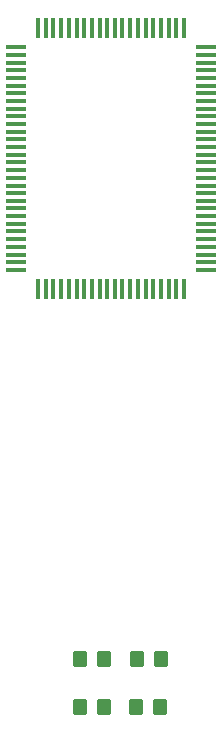
<source format=gbr>
%TF.GenerationSoftware,KiCad,Pcbnew,(6.0.0-0)*%
%TF.CreationDate,2023-01-15T17:49:43+00:00*%
%TF.ProjectId,altera-7128-adaptor,616c7465-7261-42d3-9731-32382d616461,rev?*%
%TF.SameCoordinates,Original*%
%TF.FileFunction,Paste,Top*%
%TF.FilePolarity,Positive*%
%FSLAX46Y46*%
G04 Gerber Fmt 4.6, Leading zero omitted, Abs format (unit mm)*
G04 Created by KiCad (PCBNEW (6.0.0-0)) date 2023-01-15 17:49:43*
%MOMM*%
%LPD*%
G01*
G04 APERTURE LIST*
G04 Aperture macros list*
%AMRoundRect*
0 Rectangle with rounded corners*
0 $1 Rounding radius*
0 $2 $3 $4 $5 $6 $7 $8 $9 X,Y pos of 4 corners*
0 Add a 4 corners polygon primitive as box body*
4,1,4,$2,$3,$4,$5,$6,$7,$8,$9,$2,$3,0*
0 Add four circle primitives for the rounded corners*
1,1,$1+$1,$2,$3*
1,1,$1+$1,$4,$5*
1,1,$1+$1,$6,$7*
1,1,$1+$1,$8,$9*
0 Add four rect primitives between the rounded corners*
20,1,$1+$1,$2,$3,$4,$5,0*
20,1,$1+$1,$4,$5,$6,$7,0*
20,1,$1+$1,$6,$7,$8,$9,0*
20,1,$1+$1,$8,$9,$2,$3,0*%
G04 Aperture macros list end*
%ADD10R,1.752600X0.457200*%
%ADD11R,0.457200X1.752600*%
%ADD12RoundRect,0.250000X-0.350000X-0.450000X0.350000X-0.450000X0.350000X0.450000X-0.350000X0.450000X0*%
G04 APERTURE END LIST*
D10*
%TO.C,U1*%
X114096800Y-69316600D03*
X114096800Y-69977000D03*
X114096800Y-70612000D03*
X114096800Y-71272400D03*
X114096800Y-71907400D03*
X114096800Y-72567800D03*
X114096800Y-73202800D03*
X114096800Y-73863200D03*
X114096800Y-74523600D03*
X114096800Y-75158600D03*
X114096800Y-75819000D03*
X114096800Y-76454000D03*
X114096800Y-77114400D03*
X114096800Y-77774800D03*
X114096800Y-78409800D03*
X114096800Y-79070200D03*
X114096800Y-79705200D03*
X114096800Y-80365600D03*
X114096800Y-81026000D03*
X114096800Y-81661000D03*
X114096800Y-82321400D03*
X114096800Y-82956400D03*
X114096800Y-83616800D03*
X114096800Y-84277200D03*
X114096800Y-84912200D03*
X114096800Y-85572600D03*
X114096800Y-86207600D03*
X114096800Y-86868000D03*
X114096800Y-87503000D03*
X114096800Y-88163400D03*
D11*
X116001800Y-89814400D03*
X116636800Y-89814400D03*
X117297200Y-89814400D03*
X117957600Y-89814400D03*
X118592600Y-89814400D03*
X119253000Y-89814400D03*
X119888000Y-89814400D03*
X120548400Y-89814400D03*
X121208800Y-89814400D03*
X121843800Y-89814400D03*
X122504200Y-89814400D03*
X123139200Y-89814400D03*
X123799600Y-89814400D03*
X124460000Y-89814400D03*
X125095000Y-89814400D03*
X125755400Y-89814400D03*
X126390400Y-89814400D03*
X127050800Y-89814400D03*
X127711200Y-89814400D03*
X128346200Y-89814400D03*
D10*
X130251200Y-88163400D03*
X130251200Y-87503000D03*
X130251200Y-86868000D03*
X130251200Y-86207600D03*
X130251200Y-85572600D03*
X130251200Y-84912200D03*
X130251200Y-84277200D03*
X130251200Y-83616800D03*
X130251200Y-82956400D03*
X130251200Y-82321400D03*
X130251200Y-81661000D03*
X130251200Y-81026000D03*
X130251200Y-80365600D03*
X130251200Y-79705200D03*
X130251200Y-79070200D03*
X130251200Y-78409800D03*
X130251200Y-77774800D03*
X130251200Y-77114400D03*
X130251200Y-76454000D03*
X130251200Y-75819000D03*
X130251200Y-75158600D03*
X130251200Y-74523600D03*
X130251200Y-73863200D03*
X130251200Y-73202800D03*
X130251200Y-72567800D03*
X130251200Y-71907400D03*
X130251200Y-71272400D03*
X130251200Y-70612000D03*
X130251200Y-69977000D03*
X130251200Y-69316600D03*
D11*
X128346200Y-67665600D03*
X127711200Y-67665600D03*
X127050800Y-67665600D03*
X126390400Y-67665600D03*
X125755400Y-67665600D03*
X125095000Y-67665600D03*
X124460000Y-67665600D03*
X123799600Y-67665600D03*
X123139200Y-67665600D03*
X122504200Y-67665600D03*
X121843800Y-67665600D03*
X121208800Y-67665600D03*
X120548400Y-67665600D03*
X119888000Y-67665600D03*
X119253000Y-67665600D03*
X118592600Y-67665600D03*
X117957600Y-67665600D03*
X117297200Y-67665600D03*
X116636800Y-67665600D03*
X116001800Y-67665600D03*
%TD*%
D12*
%TO.C,R2*%
X124299511Y-125195489D03*
X126299511Y-125195489D03*
%TD*%
%TO.C,R1*%
X124375511Y-121131489D03*
X126375511Y-121131489D03*
%TD*%
%TO.C,R3*%
X119549511Y-121131489D03*
X121549511Y-121131489D03*
%TD*%
%TO.C,R4*%
X119565511Y-125195489D03*
X121565511Y-125195489D03*
%TD*%
M02*

</source>
